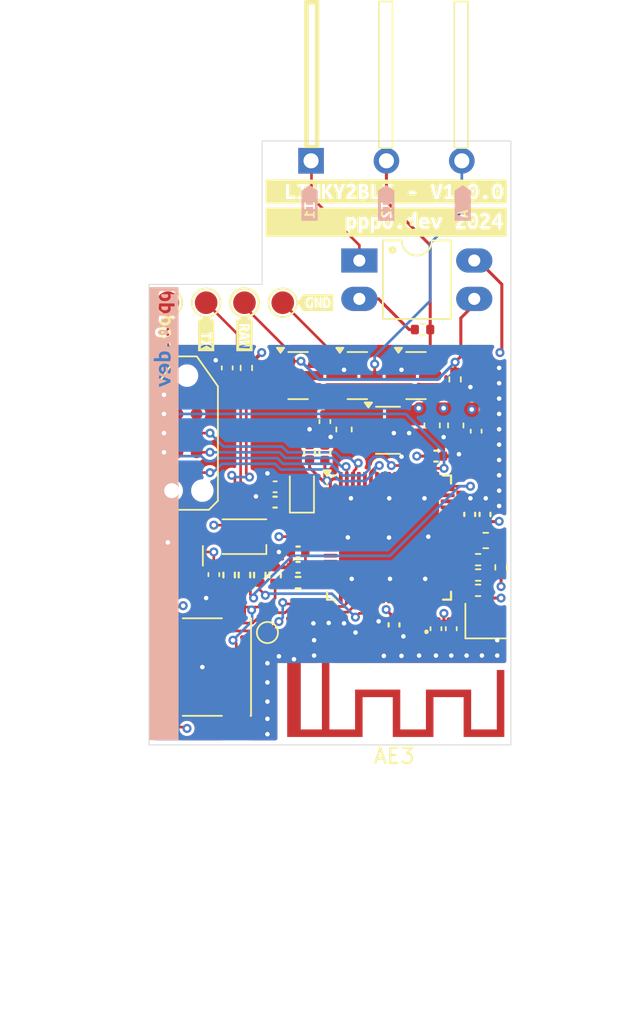
<source format=kicad_pcb>
(kicad_pcb (version 20240108) (generator "pcbnew") (generator_version "8.0")
  (title_block (comment 4 "AISLER Project ID: WQYUVWAP"))
  (layers (0 "F.Cu" signal) (1 "In1.Cu" signal) (2 "In2.Cu" signal) (31 "B.Cu" signal) (34 "B.Paste" user) (35 "F.Paste" user) (36 "B.SilkS" user "B.Silkscreen") (37 "F.SilkS" user "F.Silkscreen") (38 "B.Mask" user) (39 "F.Mask" user) (44 "Edge.Cuts" user))
  (net 0 "")
  (net 1 "GND")
  (net 2 "VDD")
  (net 3 "VBUS")
  (net 4 "/wb55/rst")
  (net 5 "Net-(U3-PC14)")
  (net 6 "Net-(U3-PC15)")
  (net 7 "/wb55/vdda")
  (net 8 "Net-(J1-Pin_2)")
  (net 9 "Net-(J1-Pin_3)")
  (net 10 "Net-(D6-BK)")
  (net 11 "Net-(D6-GK)")
  (net 12 "Net-(D6-RK)")
  (net 13 "+5V")
  (net 14 "/wb55/swclk")
  (net 15 "/wb55/uart_rxd")
  (net 16 "/wb55/swo")
  (net 17 "/wb55/swdio")
  (net 18 "/wb55/boot0")
  (net 19 "/wb55/uart_txd")
  (net 20 "Net-(AE2-OUT)")
  (net 21 "Net-(L5-Pad1)")
  (net 22 "Net-(U3-VLXSMPS)")
  (net 23 "Net-(Q1-G)")
  (net 24 "Net-(OC1-Pad2)")
  (net 25 "Net-(J1-Pin_1)")
  (net 26 "/tx_linky")
  (net 27 "Net-(U3-VFBSMPS)")
  (net 28 "/led_r")
  (net 29 "/led_g")
  (net 30 "Net-(R10-Pad1)")
  (net 31 "/led_b")
  (net 32 "/button1")
  (net 33 "/wb55/pc11")
  (net 34 "/wb55/pc5")
  (net 36 "/wb55/pb1")
  (net 37 "/wb55/pb9")
  (net 38 "/wb55/pc4")
  (net 39 "/wb55/pb0")
  (net 40 "/wb55/pc2")
  (net 41 "/wb55/pb4")
  (net 42 "/wb55/pb11")
  (net 43 "/wb55/pc1")
  (net 44 "Net-(AE2-IN)")
  (net 45 "/wb55/pb10")
  (net 46 "/wb55/pd0")
  (net 47 "/wb55/pa3")
  (net 48 "/wb55/pc13")
  (net 49 "/wb55/pb8")
  (net 50 "/wb55/pa5")
  (net 51 "/wb55/pa11_usb_n")
  (net 52 "/wb55/pb15")
  (net 53 "/wb55/pd1")
  (net 54 "/wb55/pb14")
  (net 55 "/wb55/pb5")
  (net 56 "/wb55/pa1")
  (net 57 "/wb55/pe4")
  (net 58 "Net-(U3-OSC_OUT)")
  (net 59 "/wb55/pc3")
  (net 60 "/wb55/pb2")
  (net 61 "/wb55/pb12")
  (net 62 "/wb55/pc12")
  (net 63 "/wb55/pa6")
  (net 64 "/wb55/pa2")
  (net 65 "/wb55/pc10")
  (net 66 "/wb55/pa15")
  (net 67 "/wb55/ph3_boot0")
  (net 68 "/wb55/pa7")
  (net 69 "Net-(U3-OSC_IN)")
  (net 70 "/wb55/pb13")
  (net 71 "/wb55/pc6")
  (net 73 "/wb55/pa12_usb_p")
  (net 74 "/temp_ana")
  (net 75 "Net-(AE3-A)")
  (footprint "Resistor_SMD:R_0402_1005Metric" (layer "F.Cu") (at 180.848 78.74 90)
    (property "Reference" "R4" (hide yes))
    (property "Value" "2.2")
  )
  (footprint "Inductor_SMD:L_0402_1005Metric" (layer "F.Cu") (at 172.1104 83.5152 -90)
    (property "Reference" "L3" (hide yes))
    (property "Value" "L")
  )
  (footprint "kibuzzard-670D18C1" (layer "F.Cu") (at 173.228 55.88)
    (property "Reference" "kibuzzard-670D18C1" (hide yes))
    (property "Value" "G***" (hide yes))
  )
  (footprint "TestPoint:TestPoint_Pad_D1.5mm" (layer "F.Cu") (at 161.29 61.214)
    (property "Reference" "TP4" (hide yes))
    (property "Value" "5v")
  )
  (footprint "Capacitor_SMD:C_0603_1608Metric" (layer "F.Cu") (at 177.843 69.342 -90)
    (property "Reference" "C17" (hide yes))
    (property "Value" "10uF 6.3v")
  )
  (footprint "Connector_PinHeader_2.54mm:PinHeader_1x03_P2.54mm_Horizontal" (layer "F.Cu") (at 168.2455 51.816 90)
    (property "Reference" "J1" (hide yes))
    (property "Value" "Conn_01x03_Pin")
  )
  (footprint "Resistor_SMD:R_0402_1005Metric" (layer "F.Cu") (at 177.8 66.294 -90)
    (property "Reference" "R1" (hide yes))
    (property "Value" "5.1k")
  )
  (footprint "Package_TO_SOT_SMD:SOT-23" (layer "F.Cu") (at 175.206 66.04)
    (property "Reference" "D1" (hide yes))
    (property "Value" "BAT54S")
  )
  (footprint "kibuzzard-670CFC05" (layer "F.Cu") (at 161.29 63.246 -90)
    (property "Reference" "kibuzzard-670CFC05" (hide yes))
    (property "Value" "G***" (hide yes))
  )
  (footprint "PCM_Package_DIP_AKL:DIP-4_W7.62mm_LongPads" (layer "F.Cu") (at 171.45 58.42)
    (property "Reference" "OC1" (hide yes))
    (property "Value" "LTV-814" (hide yes))
  )
  (footprint "Capacitor_SMD:C_0603_1608Metric" (layer "F.Cu") (at 176.276 69.342 -90)
    (property "Reference" "C1" (hide yes))
    (property "Value" "4.7uF")
  )
  (footprint "Capacitor_SMD:C_0402_1005Metric" (layer "F.Cu") (at 167.386 78.74 180)
    (property "Reference" "C15" (hide yes))
    (property "Value" "10nF")
  )
  (footprint "Capacitor_SMD:C_0402_1005Metric" (layer "F.Cu") (at 179.197 69.723 -90)
    (property "Reference" "C18" (hide yes))
    (property "Value" "100nF")
  )
  (footprint "Button_Switch_SMD:SW_Push_1P1T_NO_6x6mm_H9.5mm" (layer "F.Cu") (at 161.036 85.344 -90)
    (property "Reference" "SW1" (hide yes))
    (property "Value" "SW1")
  )
  (footprint "Resistor_SMD:R_0402_1005Metric" (layer "F.Cu") (at 175.641 62.992)
    (property "Reference" "R12" (hide yes))
    (property "Value" "5.1k")
  )
  (footprint "Inductor_SMD:L_0402_1005Metric" (layer "F.Cu") (at 167.386 76.708 180)
    (property "Reference" "L4" (hide yes))
    (property "Value" "0")
  )
  (footprint "TestPoint:TestPoint_Pad_D1.5mm" (layer "F.Cu") (at 163.83 61.214)
    (property "Reference" "TP3" (hide yes))
    (property "Value" "5v")
  )
  (footprint "Capacitor_SMD:C_0402_1005Metric" (layer "F.Cu") (at 176.53 71.374)
    (property "Reference" "C10" (hide yes))
    (property "Value" "100nF")
  )
  (footprint "Capacitor_SMD:C_0402_1005Metric" (layer "F.Cu") (at 168.148 71.12 90)
    (property "Reference" "C9" (hide yes))
    (property "Value" "100nF")
  )
  (footprint "Inductor_SMD:L_0402_1005Metric" (layer "F.Cu") (at 170.688 83.947)
    (property "Reference" "L2" (hide yes))
    (property "Value" "L")
  )
  (footprint "Capacitor_SMD:C_0402_1005Metric" (layer "F.Cu") (at 178.768 75.232 90)
    (property "Reference" "C16" (hide yes))
    (property "Value" "100nF")
  )
  (footprint "kibuzzard-670CFCA8" (layer "F.Cu") (at 168.529 61.214)
    (property "Reference" "kibuzzard-670CFCA8" (hide yes))
    (property "Value" "G***" (hide yes))
  )
  (footprint "wb10_st:MLPF-WB55-01E3" (layer "F.Cu") (at 175.147 82.423 180)
    (property "Reference" "AE2" (hide yes))
    (property "Value" "MLPF-WB55-01E3" (hide yes))
  )
  (footprint "Connector:Tag-Connect_TC2050-IDC-NL_2x05_P1.27mm_Vertical" (layer "F.Cu") (at 160.02 69.85 -90)
    (property "Reference" "J2" (hide yes))
    (property "Value" "Conn_02x05_Counter_Clockwise")
  )
  (footprint "Crystal:Crystal_SMD_2016-4Pin_2.0x1.6mm" (layer "F.Cu") (at 179.832 82.296)
    (property "Reference" "Y2" (hide yes))
    (property "Value" "nx2016_32m")
  )
  (footprint "Crystal:Crystal_SMD_2012-2Pin_2.0x1.2mm" (layer "F.Cu") (at 167.64 73.914 90)
    (property "Reference" "Y1" (hide yes))
    (property "Value" "nx2012_32768")
  )
  (footprint "Capacitor_SMD:C_0402_1005Metric" (layer "F.Cu") (at 167.386 77.724 180)
    (property "Reference" "C13" (hide yes))
    (property "Value" "100nF")
  )
  (footprint "Capacitor_SMD:C_0402_1005Metric" (layer "F.Cu") (at 177.546 82.804 -90)
    (property "Reference" "C4" (hide yes))
    (property "Value" "100pF")
  )
  (footprint "Capacitor_SMD:C_0603_1608Metric" (layer "F.Cu") (at 170.434 69.609 -90)
    (property "Reference" "C2" (hide yes))
    (property "Value" "4.7uF")
  )
  (footprint "Capacitor_SMD:C_0402_1005Metric" (layer "F.Cu") (at 179.784 75.232 90)
    (property "Reference" "C12" (hide yes))
    (property "Value" "100nF")
  )
  (footprint "Package_TO_SOT_SMD:SOT-23" (layer "F.Cu") (at 159.512 77.978 90)
    (property "Reference" "U2" (hide yes))
    (property "Value" "MCP9700AT-ETT")
  )
  (footprint "Resistor_SMD:R_0402_1005Metric" (layer "F.Cu") (at 179.324 79.248)
    (property "Reference" "R3" (hide yes))
    (property "Value" "0")
  )
  (footprint "kibuzzard-670D18F3" (layer "F.Cu") (at 173.228 53.848)
    (property "Reference" "kibuzzard-670D18F3" (hide yes))
    (property "Value" "G***" (hide yes))
  )
  (footprint "Inductor_SMD:L_0603_1608Metric" (layer "F.Cu") (at 179.832 76.962 180)
    (property "Reference" "L5" (hide yes))
    (property "Value" "1.8nH")
  )
  (footprint "Resistor_SMD:R_0402_1005Metric" (layer "F.Cu") (at 163.83 79.248 90)
    (property "Reference" "R9" (hide yes))
    (property "Value" "5.1k")
  )
  (footprint "kibuzzard-670CFC68" (layer "F.Cu") (at 163.83 63.246 -90)
    (property "Reference" "kibuzzard-670CFC68" (hide yes))
    (property "Value" "G***" (hide yes))
  )
  (footprint "kibuzzard-670CFC0C" (layer "F.Cu") (at 158.75 63.246 -90)
    (property "Reference" "kibuzzard-670CFC0C" (hide yes))
    (property "Value" "G***" (hide yes))
  )
  (footprint "Resistor_SMD:R_0402_1005Metric" (layer "F.Cu") (at 179.324 80.264 180)
    (property "Reference" "R2" (hide yes))
    (property "Value" "0")
  )
  (footprint "Package_TO_SOT_SMD:SOT-23" (layer "F.Cu") (at 167.386 66.04)
    (property "Reference" "Q1" (hide yes))
    (property "Value" "BS170F")
  )
  (footprint "Resistor_SMD:R_0402_1005Metric" (layer "F.Cu") (at 163.957 65.532 -90)
    (property "Reference" "R13" (hide yes))
    (property "Value" "5.1k")
  )
  (footprint "Package_TO_SOT_SMD:SOT-23-5" (layer "F.Cu") (at 173.3495 69.662)
    (property "Reference" "U1" (hide yes))
    (property "Value" "TPS78230DDC")
  )
  (footprint "Capacitor_SMD:C_0402_1005Metric" (layer "F.Cu") (at 165.862 73.406 180)
    (property "Reference" "C7" (hide yes))
    (property "Value" "10pF")
  )
  (footprint "Capacitor_SMD:C_0402_1005Metric" (layer "F.Cu") (at 169.164 71.148 90)
    (property "Reference" "C14" (hide yes))
    (property "Value" "100nF")
  )
  (footprint "Resistor_SMD:R_0402_1005Metric" (layer "F.Cu") (at 162.814 79.248 90)
    (property "Reference" "R5" (hide yes))
    (property "Value" "5.1k")
  )
  (footprint "Capacitor_SMD:C_0402_1005Metric" (layer "F.Cu") (at 162.687 65.532 90)
    (property "Reference" "C5" (hide yes))
    (property "Value" "100nF")
  )
  (footprint "Capacitor_SMD:C_0402_1005Metric" (layer "F.Cu") (at 169.164 69.088 -90)
    (property "Reference" "C3" (hide yes))
    (property "Value" "100nF")
  )
  (footprint "Capacitor_SMD:C_0402_1005Metric" (layer "F.Cu") (at 173.75 82.55 -90)
    (property "Reference" "C11" (hide yes))
    (property "Value" "100nF")
  )
  (footprint "TestPoint:TestPoint_Pad_D1.5mm" (layer "F.Cu") (at 166.37 61.214)
    (property "Reference" "TP6" (hide yes))
    (property "Value" "5v")
  )
  (footprint "Capacitor_SMD:C_0402_1005Metric" (layer "F.Cu") (at 165.862 74.422 180)
    (property "Reference" "C8" (hide yes))
    (property "Value" "10pF")
  )
  (footprint "Capacitor_SMD:C_0402_1005Metric" (layer "F.Cu") (at 176.53 82.804 -90)
    (property "Reference" "C6" (hide yes))
    (property "Value" "100nF")
  )
  (footprint "Resistor_SMD:R_0402_1005Metric" (layer "F.Cu") (at 164.846 79.248 90)
    (property "Reference" "R6" (hide yes))
    (property "Value" "5.1k")
  )
  (footprint "Capacitor_SMD:C_0402_1005Metric" (layer "F.Cu") (at 161.798 79.22 -90)
    (property "Reference" "C19" (hide yes))
    (property "Value" "100nF")
  )
  (footprint "LED_SMD:LED_Cree-PLCC4_2x2mm_CW" (layer "F.Cu") (at 163.83 76.708 180)
    (property "Reference" "D6" (hide yes))
    (property "Value" "LED_RBAG" (hide yes))
  )
  (footprint "Resistor_SMD:R_0402_1005Metric" (layer "F.Cu") (at 179.324 78.232 180)
    (property "Reference" "R14" (hide yes))
    (property "Value" "0")
  )
  (footprint "Package_TO_SOT_SMD:SOT-23" (layer "F.Cu") (at 171.3175 66.04)
    (property "Reference" "D2" (hide yes))
    (property "Value" "BAT54S")
  )
  (footprint "TestPoint:TestPoint_Pad_D1.5mm" (layer "F.Cu") (at 158.75 61.214)
    (property "Reference" "TP1" (hide yes))
    (property "Value" "5v")
  )
  (footprint "RF_Antenna:Texas_SWRA117D_2.4GHz_Left" (layer "F.Cu") (at 169.2148 84.825 180)
    (property "Reference" "AE3")
    (property "Value" "Antenna")
  )
  (footprint "Inductor_SMD:L_0402_1005Metric" (layer "F.Cu") (at 169.2656 83.5152 -90)
    (property "Reference" "L1" (hide yes))
    (property "Value" "L")
  )
  (footprint "Package_DFN_QFN:QFN-68-1EP_8x8mm_P0.4mm_EP6.4x6.4mm" (layer "F.Cu") (at 173.4185 76.769)
    (property "Reference" "U3" (hide yes))
    (property "Value" "STM32WB55RGVx")
  )
  (footprint "Resistor_SMD:R_0402_1005Metric" (layer "F.Cu") (at 165.862 79.248 90)
    (property "Reference" "R7" (hide yes))
    (property "Value" "220k")
  )
  (footprint "Resistor_SMD:R_0402_1005Metric" (layer "F.Cu") (at 167.386 79.756)
    (property "Reference" "R10" (hide yes))
    (property "Value" "330")
  )
  (footprint "TestPoint:TestPoint_Pad_D1.0mm" (layer "F.Cu") (at 165.354 83.058 -90)
    (property "Reference" "TP2" (hide yes))
    (property "Value" "TestPoint")
  )
  (footprint "kibuzzard-670D0311" (layer "B.Cu") (at 178.308 54.61 -90)
    (property "Reference" "kibuzzard-670D0311" (hide yes))
    (property "Value" "G***" (hide yes))
  )
  (footprint "kibuzzard-670D0302" (layer "B.Cu") (at 168.148 54.61 -90)
    (property "Reference" "kibuzzard-670D0302" (hide yes))
    (property "Value" "G***" (hide yes))
  )
  (footprint "kibuzzard-670D0308" (layer "B.Cu") (at 173.228 54.61 -90)
    (property "Reference" "kibuzzard-670D0308" (hide yes))
    (property "Value" "G***" (hide yes))
  )
  (footprint "kibuzzard-670D046C" (layer "B.Cu") (at 158.496 75.184 -90)
    (property "Reference" "kibuzzard-670D046C" (hide yes))
    (property "Value" "G***" (hide yes))
  )
  (gr_line (start 157.5 90.5) (end 157.5 60) (stroke (width 0.05)) (layer "Edge.Cuts"))
  (gr_line (start 157.5 60) (end 165 60) (stroke (width 0.05)) (layer "Edge.Cuts"))
  (gr_line (start 181.5 50.5) (end 181.5 90.5) (stroke (width 0.05)) (layer "Edge.Cuts"))
  (gr_line (start 181.5 90.5) (end 157.5 90.5) (stroke (width 0.05)) (layer "Edge.Cuts"))
  (gr_line (start 165 50.5) (end 165 60) (stroke (width 0.05)) (layer "Edge.Cuts"))
  (gr_line (start 165 50.5) (end 181.5 50.5) (stroke (width 0.05)) (layer "Edge.Cuts"))
  (segment (start 177.802 66.802) (end 177.8 66.804) (width 0.2) (layer "F.Cu") (net 1))
  (segment (start 175.8185 79.502) (end 175.8185 79.3835) (width 0.2) (layer "F.Cu") (net 1))
  (segment (start 174.893 82.79) (end 174.893 82.423) (width 0.2) (layer "F.Cu") (net 1))
  (segment (start 159.385 69.85) (end 158.496 69.85) (width 0.175) (layer "F.Cu") (net 1))
  (segment (start 164.747 74.041) (end 165.382 73.406) (width 0.175) (layer "F.Cu") (net 1))
  (segment (start 174.893 82.423) (end 174.893 82.55) (width 0.2) (layer "F.Cu") (net 1))
  (segment (start 177.01 71.374) (end 177.01 70.145) (width 0.2) (layer "F.Cu") (net 1))
  (segment (start 170.38 65.09) (end 170.246 65.09) (width 0.175) (layer "F.Cu") (net 1))
  (segment (start 179.784 74.216) (end 179.832 74.168) (width 0.2) (layer "F.Cu") (net 1))
  (segment (start 174.752 69.85) (end 174.752 70.347) (width 0.2) (layer "F.Cu") (net 1))
  (segment (start 169.545 70.104) (end 169.164 69.723) (width 0.2) (layer "F.Cu") (net 1))
  (segment (start 169.825 70.384) (end 170.434 70.384) (width 0.2) (layer "F.Cu") (net 1))
  (segment (start 174.371 83.312) (end 174.893 82.79) (width 0.2) (layer "F.Cu") (net 1))
  (segment (start 165.862 78.738) (end 166.904 78.738) (width 0.175) (layer "F.Cu") (net 1))
  (segment (start 161.798 79.7) (end 161.29 80.208) (width 0.175) (layer "F.Cu") (net 1))
  (segment (start 177.843 71.036) (end 177.843 70.117) (width 0.2) (layer "F.Cu") (net 1))
  (segment (start 173.8185 77.169) (end 173.4185 76.769) (width 0.2) (layer "F.Cu") (net 1))
  (segment (start 173.75 83.03) (end 172.771 83.03) (width 0.2) (layer "F.Cu") (net 1))
  (segment (start 158.7985 77.0405) (end 159.512 77.0405) (width 0.175) (layer "F.Cu") (net 1))
  (segment (start 170.434 82.4484) (end 169.8752 82.4484) (width 0.2) (layer "F.Cu") (net 1))
  (segment (start 164.592 74.041) (end 164.747 74.041) (width 0.175) (layer "F.Cu") (net 1))
  (segment (start 161.29 80.208) (end 161.29 80.772) (width 0.175) (layer "F.Cu") (net 1))
  (segment (start 172.728738 83.072262) (end 172.714 83.087) (width 0.2) (layer "F.Cu") (net 1))
  (segment (start 172.728738 82.313476) (end 172.728738 83.072262) (width 0.2) (layer "F.Cu") (net 1))
  (segment (start 168.148 69.596) (end 168.148 70.64) (width 0.175) (layer "F.Cu") (net 1))
  (segment (start 177.942506 77.169) (end 177.306 77.169) (width 0.2) (layer "F.Cu") (net 1))
  (segment (start 178.816 66.802) (end 177.802 66.802) (width 0.2) (layer "F.Cu") (net 1))
  (segment (start 166.904 78.738) (end 166.906 78.74) (width 0.175) (layer "F.Cu") (net 1))
  (segment (start 174.244 65.659) (end 174.244 65.1145) (width 0.2) (layer "F.Cu") (net 1))
  (segment (start 177.843 70.117) (end 178.084 70.358) (width 0.2) (layer "F.Cu") (net 1))
  (segment (start 177.038 70.117) (end 176.276 70.117) (width 0.2) (layer "F.Cu") (net 1))
  (segment (start 172.771 83.03) (end 172.714 83.087) (width 0.2) (layer "F.Cu") (net 1))
  (segment (start 177.546 83.284) (end 177.546 83.82) (width 0.2) (layer "F.Cu") (net 1))
  (segment (start 177.843 70.117) (end 177.038 70.117) (width 0.2) (layer "F.Cu") (net 1))
  (segment (start 158.75 77.089) (end 158.7985 77.0405) (width 0.175) (layer "F.Cu") (net 1))
  (segment (start 170.246 65.09) (end 166.37 61.214) (width 0.175) (layer "F.Cu") (net 1))
  (segment (start 178.768 74.216) (end 178.816 74.168) (width 0.2) (layer "F.Cu") (net 1))
  (segment (start 174.244 65.1145) (end 174.2685 65.09) (width 0.2) (layer "F.Cu") (net 1))
  (segment (start 176.263 70.104) (end 176.276 70.117) (width 0.2) (layer "F.Cu") (net 1))
  (segment (start 166.906 77.724) (end 166.906 78.74) (width 0.175) (layer "F.Cu") (net 1))
  (segment (start 164.592 74.041) (end 165.001 74.041) (width 0.175) (layer "F.Cu") (net 1))
  (segment (start 176.53 83.284) (end 176.53 83.82) (width 0.2) (layer "F.Cu") (net 1))
  (segment (start 180.594 82.908) (end 180.278 82.592) (width 0.175) (layer "F.Cu") (net 1))
  (segment (start 174.752 70.347) (end 174.487 70.612) (width 0.2) (layer "F.Cu") (net 1))
  (segment (start 161.925 65.024) (end 162.659 65.024) (width 0.175) (layer "F.Cu") (net 1))
  (segment (start 165.001 74.041) (end 165.382 74.422) (width 0.175) (layer "F.Cu") (net 1))
  (segment (start 175.8185 80.6565) (end 175.8185 79.502) (width 0.2) (layer "F.Cu") (net 1))
  (segment (start 169.164 69.723) (end 169.164 69.568) (width 0.2) (layer "F.Cu") (net 1))
  (segment (start 169.545 70.104) (end 169.825 70.384) (width 0.2) (layer "F.Cu") (net 1))
  (segment (start 179.784 74.752) (end 179.784 74.216) (width 0.2) (layer "F.Cu") (net 1))
  (segment (start 169.8752 82.4484) (end 169.2934 83.0302) (width 0.2) (layer "F.Cu") (net 1))
  (segment (start 177.306 77.169) (end 173.8185 77.169) (width 0.2) (layer "F.Cu") (net 1))
  (segment (start 178.814 78.040494) (end 177.942506 77.169) (width 0.2) (layer "F.Cu") (net 1))
  (segment (start 175.401 82.423) (end 175.669 82.423) (width 0.2) (layer "F.Cu") (net 1))
  (segment (start 174.893 82.55) (end 174.893 83.009999) (width 0.2) (layer "F.Cu") (net 1))
  (segment (start 174.893 81.836001) (end 174.893 82.423) (width 0.2) (layer "F.Cu") (net 1))
  (segment (start 175.006 70.104) (end 176.263 70.104) (width 0.2) (layer "F.Cu") (net 1))
  (segment (start 174.752 69.85) (end 175.006 70.104) (width 0.2) (layer "F.Cu") (net 1))
  (segment (start 177.01 70.145) (end 177.038 70.117) (width 0.2) (layer "F.Cu") (net 1))
  (segment (start 172.212 69.662) (end 173.548 69.662) (width 0.2) (layer "F.Cu") (net 1))
  (segment (start 169.2934 83.0302) (end 169.2656 83.0302) (width 0.2) (layer "F.Cu") (net 1))
  (segment (start 178.814 78.232) (end 178.814 78.040494) (width 0.2) (layer "F.Cu") (net 1))
  (segment (start 178.768 74.752) (end 178.768 74.216) (width 0.2) (layer "F.Cu") (net 1))
  (segment (start 169.545 70.287) (end 169.164 70.668) (width 0.2) (layer "F.Cu") (net 1))
  (segment (start 178.054 71.247) (end 177.843 71.036) (width 0.2) (layer "F.Cu") (net 1))
  (segment (start 162.659 65.024) (end 162.687 65.052) (width 0.175) (layer "F.Cu") (net 1))
  (segment (start 175.669 82.423) (end 176.53 83.284) (width 0.2) (layer "F.Cu") (net 1))
  (segment (start 175.401 82.423) (end 174.893 82.423) (width 0.2) (layer "F.Cu") (net 1))
  (segment (start 173.548 69.662) (end 173.736 69.85) (width 0.2) (layer "F.Cu") (net 1))
  (segment (start 169.545 70.104) (end 169.545 70.287) (width 0.2) (layer "F.Cu") (net 1))
  (segment (start 180.594 83.566) (end 180.594 82.908) (width 0.175) (layer "F.Cu") (net 1))
  (via (at 170.434 65.659) (size 0.6) (drill 0.3) (layers "F.Cu" "B.Cu") (net 1))
  (via (at 169.545 70.104) (size 0.6) (drill 0.3) (layers "F.Cu" "B.Cu") (net 1))
  (via (at 168.402 82.4484) (size 0.6) (drill 0.3) (layers "F.Cu" "B.Cu") (net 1))
  (via (at 175.768 74.168) (size 0.6) (drill 0.3) (layers "F.Cu" "B.Cu") (net 1))
  (via (at 173.0756 84.603119) (size 0.6) (drill 0.3) (layers "F.Cu" "B.Cu") (net 1))
  (via (at 180.721 72.644) (size 0.6) (drill 0.3) (layers "F.Cu" "B.Cu") (net 1))
  (via (at 176.53 84.582) (size 0.6) (drill 0.3) (layers "F.Cu" "B.Cu") (net 1))
  (via (at 165.354 88.773) (size 0.6) (drill 0.3) (layers "F.Cu" "B.Cu") (net 1))
  (via (at 165.354 86.36) (size 0.6) (drill 0.3) (layers "F.Cu" "B.Cu") (net 1))
  (via (at 176.022 76.708) (size 0.6) (drill 0.3) (layers "F.Cu" "B.Cu") (net 1))
  (via (at 177.546 84.582) (size 0.6) (drill 0.3) (layers "F.Cu" "B.Cu") (net 1))
  (via (at 170.434 82.4484) (size 0.6) (drill 0.3) (layers "F.Cu" "B.Cu") (net 1))
  (via (at 165.354 87.63) (size 0.6) (drill 0.3) (layers "F.Cu" "B.Cu") (net 1))
  (via (at 180.721 66.548) (size 0.6) (drill 0.3) (layers "F.Cu" "B.Cu") (net 1))
  (via (at 170.688 76.7585) (size 0.6) (drill 0.3) (layers "F.Cu" "B.Cu") (net 1))
  (via (at 164.592 74.041) (size 0.6) (drill 0.3) (layers "F.Cu" "B.Cu") (net 1))
  (via (at 165.354 89.789) (size 0.6) (drill 0.3) (layers "F.Cu" "B.Cu") (net 1))
  (via (at 180.721 69.596) (size 0.6) (drill 0.3) (layers "F.Cu" "B.Cu") (net 1))
  (via (at 178.816 74.168) (size 0.6) (drill 0.3) (layers "F.Cu" "B.Cu") (net 1))
  (via (at 170.8915 74.168) (size 0.6) (drill 0.3) (layers "F.Cu" "B.Cu") (net 1))
  (via (at 180.721 70.612) (size 0.6) (drill 0.3) (layers "F.Cu" "B.Cu") (net 1))
  (via (at 174.244 65.659) (size 0.6) (drill 0.3) (layers "F.Cu" "B.Cu") (net 1))
  (via (at 180.594 84.582) (size 0.6) (drill 0.3) (layers "F.Cu" "B.Cu") (net 1))
  (via (at 168.148 69.596) (size 0.6) (drill 0.3) (layers "F.Cu" "B.Cu") (net 1))
  (via (at 169.418 82.423) (size 0.6) (drill 0.3) (layers "F.Cu" "B.Cu") (net 1))
  (via (at 165.354 72.517) (size 0.6) (drill 0.3) (layers "F.Cu" "B.Cu") (net 1))
  (via (at 158.75 77.089) (size 0.6) (drill 0.3) (layers "F.Cu" "B.Cu") (net 1))
  (via (at 174.244 84.603119) (size 0.6) (drill 0.3) (layers "F.Cu" "B.Cu") (net 1))
  (via (at 170.942 79.502) (size 0.6) (drill 0.3) (layers "F.Cu" "B.Cu") (net 1))
  (via (at 174.244 71.410198) (size 0.6) (drill 0.3) (layers "F.Cu" "B.Cu") (net 1))
  (via (at 178.054 71.247) (size 0.6) (drill 0.3) (layers "F.Cu" "B.Cu") (net 1))
  (via (at 166.116 84.6328) (size 0.6) (drill 0.3) (layers "F.Cu" "B.Cu") (net 1))
  (via (at 177.038 70.117) (size 0.6) (drill 0.3) (layers "F.Cu" "B.Cu") (net 1))
  (via (at 180.721 65.532) (size 0.6) (drill 0.3) (layers "F.Cu" "B.Cu") (net 1))
  (via (at 178.816 66.802) (size 0.6) (drill 0.3) (layers "F.Cu" "B.Cu") (net 1))
  (via (at 161.036 85.344) (size 0.6) (drill 0.3) (layers "F.Cu" "B.Cu") (net 1))
  (via (at 173.482 79.502) (size 0.6) (drill 0.3) (layers "F.Cu" "B.Cu") (net 1))
  (via (at 158.496 69.85) (size 0.6) (drill 0.3) (layers "F.Cu" "B.Cu") (net 1))
  (via (at 173.736 69.85) (size 0.6) (drill 0.3) (layers "F.Cu" "B.Cu") (net 1))
  (via (at 161.29 80.772) (size 0.6) (drill 0.3) (layers "F.Cu" "B.Cu") (net 1))
  (via (at 161.925 65.024) (size 0.6) (drill 0.3) (layers "F.Cu" "B.Cu") (net 1))
  (via (at 166.116 77.724) (size 0.6) (drill 0.3) (layers "F.Cu" "B.Cu") (net 1))
  (via (at 173.4185 76.769) (size 0.6) (drill 0.3) (layers "F.Cu" "B.Cu") (net 1))
  (via (at 175.4124 84.582) (size 0.6) (drill 0.3) (layers "F.Cu" "B.Cu") (net 1))
  (via (at 168.45 83.566) (size 0.6) (drill 0.3) (layers "F.Cu" "B.Cu") (net 1))
  (via (at 165.354 85.09) (size 0.6) (drill 0.3) (layers "F.Cu" "B.Cu") (net 1))
  (via (at 180.721 68.58) (size 0.6) (drill 0.3) (layers "F.Cu" "B.Cu") (net 1))
  (via (at 180.721 73.66) (size 0.6) (drill 0.3) (layers "F.Cu" "B.Cu") (net 1))
  (via (at 174.371 83.312) (size 0.6) (drill 0.3) (layers "F.Cu" "B.Cu") (net 1))
  (via (at 168.45 84.582) (size 0.6) (drill 0.3) (layers "F.Cu" "B.Cu") (net 1))
  (via (at 180.721 71.628) (size 0.6) (drill 0.3) (layers "F.Cu" "B.Cu") (net 1))
  (via (at 172.728738 82.313476) (size 0.6) (drill 0.3) (layers "F.Cu" "B.Cu") (net 1))
  (via (at 179.578 84.582) (size 0.6) (drill 0.3) (layers "F.Cu" "B.Cu") (net 1))
  (via (at 178.562 84.582) (size 0.6) (drill 0.3) (layers "F.Cu" "B.Cu") (net 1))
  (via (at 171.196 83.058) (size 0.6) (drill 0.3) (layers "F.Cu" "B.Cu") (net 1))
  (via (at 175.8185 79.502) (size 0.6) (drill 0.3) (layers "F.Cu" "B.Cu") (net 1))
  (via (at 173.4315 74.168) (size 0.6) (drill 0.3) (layers "F.Cu" "B.Cu") (net 1))
  (via (at 180.721 67.564) (size 0.6) (drill 0.3) (layers "F.Cu" "B.Cu") (net 1))
  (via (at 180.721 74.676) (size 0.6) (drill 0.3) (layers "F.Cu" "B.Cu") (net 1))
  (via (at 179.832 74.168) (size 0.6) (drill 0.3) (layers "F.Cu" "B.Cu") (net 1))
  (via (at 180.594 83.566) (size 0.6) (drill 0.3) (layers "F.Cu" "B.Cu") (net 1))
  (via (at 174.752 69.85) (size 0.6) (drill 0.3) (layers "F.Cu" "B.Cu") (net 1))
  (segment (start 174.80182 81.344) (end 175.0185 81.12732) (width 0.2) (layer "F.Cu") (net 2))
  (segment (start 169.299364 72.993302) (end 169.005302 72.993302) (width 0.2) (layer "F.Cu") (net 2))
  (segment (start 176.53 82.324) (end 177.546 82.324) (width 0.2) (layer "F.Cu") (net 2))
  (segment (start 158.75 67.056) (end 158.496 67.31) (width 0.175) (layer "F.Cu") (net 2))
  (segment (start 161.798 77.724) (end 160.188876 77.724) (width 0.175) (layer "F.Cu") (net 2))
  (segment (start 158.562 79.1695) (end 158.562 78.9155) (width 0.175) (layer "F.Cu") (net 2))
  (segment (start 166.116 76.708) (end 166.901 76.708) (width 0.175) (layer "F.Cu") (net 2))
  (segment (start 180.848 79.25) (end 180.848 80.01) (width 0.2) (layer "F.Cu") (net 2))
  (segment (start 158.997376 78.9155) (end 158.562 78.9155) (width 0.175) (layer "F.Cu") (net 2))
  (segment (start 180.9 59.996) (end 179.324 58.42) (width 0.2) (layer "F.Cu") (net 2))
  (segment (start 177.059364 82.324) (end 177.546 82.324) (width 0.2) (layer "F.Cu") (net 2))
  (segment (start 159.385 67.31) (end 158.496 67.31) (width 0.175) (layer "F.Cu") (net 2))
  (segment (start 174.476 81.344) (end 174.80182 81.344) (width 0.2) (layer "F.Cu") (net 2))
  (segment (start 180.342 80.772) (end 179.834 80.264) (width 0.2) (layer "F.Cu") (net 2))
  (segment (start 176.2185 80.6565) (end 176.2185 82.0125) (width 0.2) (layer "F.Cu") (net 2))
  (segment (start 177.306 75.969) (end 178.511 75.969) (width 0.2) (layer "F.Cu") (net 2))
  (segment (start 169.485302 72.993302) (end 169.531 73.039) (width 0.2) (layer "F.Cu") (net 2))
  (segment (start 168.148 72.136) (end 168.148 71.6) (width 0.2) (layer "F.Cu") (net 2))
  (segment (start 180.848 80.772) (end 180.342 80.772) (width 0.2) (layer "F.Cu") (net 2))
  (segment (start 173.228 81.534) (end 173.228 81.548) (width 0.2) (layer "F.Cu") (net 2))
  (segment (start 173.228 81.548) (end 173.75 82.07) (width 0.2) (layer "F.Cu") (net 2))
  (segment (start 159.677 81.369) (end 159.766 81.28) (width 0.175) (layer "F.Cu") (net 2))
  (segment (start 169.299364 72.993302) (end 169.164 72.857938) (width 0.2) (layer "F.Cu") (net 2))
  (segment (start 169.6885 72.8815) (end 169.531 73.039) (width 0.2) (layer "F.Cu") (net 2))
  (segment (start 173.75 82.07) (end 174.476 81.344) (width 0.2) (layer "F.Cu") (net 2))
  (segment (start 169.531 73.039) (end 169.531 73.569) (width 0.2) (layer "F.Cu") (net 2))
  (segment (start 158.786 89.319) (end 159.931 89.319) (width 0.175) (layer "F.Cu") (net 2))
  (segment (start 169.005302 72.993302) (end 168.148 72.136) (width 0.2) (layer "F.Cu") (net 2))
  (segment (start 180.828 75.712) (end 180.848 75.692) (width 0.2) (layer "F.Cu") (net 2))
  (segment (start 178.768 75.712) (end 179.784 75.712) (width 0.2) (layer "F.Cu") (net 2))
  (segment (start 178.511 75.969) (end 178.768 75.712) (width 0.2) (layer "F.Cu") (net 2))
  (segment (start 164.973 64.516) (end 164.467 65.022) (width 0.25) (layer "F.Cu") (net 2))
  (segment (start 178.111 76.369) (end 178.768 75.712) (width 0.2) (layer "F.Cu") (net 2))
  (segment (start 175.0185 81.12732) (end 175.0185 80.6565) (width 0.2) (layer "F.Cu") (net 2))
  (segment (start 178.901 68.284) (end 178.901 68.566) (width 0.175) (layer "F.Cu") (net 2))
  (segment (start 179.113 68.072) (end 178.618 68.567) (width 0.2) (layer "F.Cu") (net 2))
  (segment (start 169.299364 72.993302) (end 169.485302 72.993302) (width 0.2) (layer "F.Cu") (net 2))
  (segment (start 177.059364 81.788) (end 177.059364 82.324) (width 0.2) (layer "F.Cu") (net 2))
  (segment (start 159.931 89.319) (end 160.02 89.408) (width 0.175) (layer "F.Cu") (net 2))
  (segment (start 180.9 64.516) (end 180.9 59.996) (width 0.2) (layer "F.Cu") (net 2))
  (segment (start 164.467 65.022) (end 163.957 65.022) (width 0.25) (layer "F.Cu") (net 2))
  (segment (start 161.798 77.724) (end 161.798 78.74) (width 0.175) (layer "F.Cu") (net 2))
  (segment (start 175.26 71.374) (end 176.05 71.374) (width 0.2) (layer "F.Cu") (net 2))
  (segment (start 179.324 58.42) (end 179.07 58.42) (width 0.2) (layer "F.Cu") (net 2))
  (segment (start 158.532 79.1995) (end 158.562 79.1695) (width 0.175) (layer "F.Cu") (net 2))
  (segment (start 170.2185 72.8815) (end 169.6885 72.8815) (width 0.2) (layer "F.Cu") (net 2))
  (segment (start 161.798 75.946) (end 162.868 75.946) (width 0.175) (layer "F.Cu") (net 2))
  (segment (start 176.2185 82.0125) (end 176.53 82.324) (width 0.2) (layer "F.Cu") (net 2))
  (segment (start 169.164 72.857938) (end 169.164 71.628) (width 0.2) (layer "F.Cu") (net 2))
  (segment (start 158.532 81.369) (end 159.677 81.369) (width 0.175) (layer "F.Cu") (net 2))
  (segment (start 176.05 71.6) (end 175.4185 72.2315) (width 0.2) (layer "F.Cu") (net 2))
  (segment (start 178.592 68.567) (end 177.843 68.567) (width 0.2) (layer "F.Cu") (net 2))
  (segment (start 179.784 75.712) (end 180.828 75.712) (width 0.2) (layer "F.Cu") (net 2))
  (segment (start 177.306 76.369) (end 178.111 76.369) (width 0.2) (layer "F.Cu") (net 2))
  (segment (start 176.05 71.374) (end 176.05 71.6) (width 0.2) (layer "F.Cu") (net 2))
  (segment (start 162.868 75.946) (end 163.08 76.158) (width 0.175) (layer "F.Cu") (net 2))
  (segment (start 178.618 68.567) (end 177.843 68.567) (width 0.2) (layer "F.Cu") (net 2))
  (segment (start 160.188876 77.724) (end 158.997376 78.9155) (width 0.175) (layer "F.Cu") (net 2))
  (segment (start 158.75 61.214) (end 158.75 67.056) (width 0.175) (layer "F.Cu") (net 2))
  (segment (start 175.4185 72.2315) (end 175.4185 72.8815) (width 0.2) (layer "F.Cu") (net 2))
  (via (at 161.798 77.724) (size 0.6) (drill 0.3) (layers "F.Cu" "B.Cu") (net 2))
  (via (at 180.773 64.516) (size 0.6) (drill 0.3) (layers "F.Cu" "B.Cu") (net 2))
  (via (at 164.973 64.516) (size 0.6) (drill 0.3) (layers "F.Cu" "B.Cu") (net 2))
  (via (at 180.848 80.772) (size 0.6) (drill 0.3) (layers "F.Cu" "B.Cu") (net 2))
  (via (at 175.26 71.374) (size 0.6) (drill 0.3) (layers "F.Cu" "B.Cu") (net 2))
  (via (at 166.116 76.708) (size 0.6) (drill 0.3) (layers "F.Cu" "B.Cu") (net 2))
  (via (at 177.059364 81.788) (size 0.6) (drill 0.3) (layers "F.Cu" "B.Cu") (net 2))
  (via (at 161.798 75.946) (size 0.6) (drill 0.3) (layers "F.Cu" "B.Cu") (net 2))
  (via (at 180.848 80.01) (size 0.6) (drill 0.3) (layers "F.Cu" "B.Cu") (net 2))
  (via (at 159.766 81.28) (size 0.6) (drill 0.3) (layers "F.Cu" "B.Cu") (net 2))
  (via (at 180.721 75.692) (size 0.6) (drill 0.3) (layers "F.Cu" "B.Cu") (net 2))
  (via (at 169.299364 72.993302) (size 0.6) (drill 0.3) (layers "F.Cu" "B.Cu") (net 2))
  (via (at 173.228 81.534) (size 0.6) (drill 0.3) (layers "F.Cu" "B.Cu") (net 2))
  (via (at 177.038 68.199) (size 0.6) (drill 0.3) (layers "F.Cu" "B.Cu") (net 2))
  (via (at 178.901 68.284) (size 0.6) (drill 0.3) (layers "F.Cu" "B.Cu") (net 2))
  (via (at 160.02 89.408) (size 0.6) (drill 0.3) (layers "F.Cu" "B.Cu") (net 2))
  (via (at 175.387 68.199) (size 0.6) (drill 0.3) (layers "F.Cu" "B.Cu") (net 2))
  (via (at 158.496 67.31) (size 0.6) (drill 0.3) (layers "F.Cu" "B.Cu") (net 2))
  (segment (start 171.196 66.99) (end 174.2685 66.99) (width 0.2) (layer "F.Cu") (net 3))
  (segment (start 170.38 66.99) (end 171.196 66.99) (width 0.2) (layer "F.Cu") (net 3))
  (segment (start 169.07786 76.369) (end 169.531 76.369) (width 0.175) (layer "F.Cu") (net 4))
  (segment (start 162.687 66.012) (end 162.687 67.183) (width 0.175) (layer "F.Cu") (net 4))
  (segment (start 165.99833 75.571) (end 168.55733 75.571) (width 0.175) (layer "F.Cu") (net 4))
  (segment (start 165.52283 75.0955) (end 165.99833 75.571) (width 0.175) (layer "F.Cu") (net 4))
  (segment (start 162.814 67.31) (end 163.576 68.072) (width 0.175) (layer "F.Cu") (net 4))
  (segment (start 168.856 76.14714) (end 169.07786 76.369) (width 0.175) (layer "F.Cu") (net 4))
  (segment (start 162.687 67.183) (end 162.814 67.31) (width 0.175) (layer "F.Cu") (net 4))
  (segment (start 168.55733 75.571) (end 168.856 75.86967) (width 0.175) (layer "F.Cu") (net 4))
  (segment (start 168.856 75.86967) (end 168.856 76.14714) (width 0.175) (layer "F.Cu") (net 4))
  (segment (start 164.657042 75.0955) (end 165.52283 75.0955) (width 0.175) (layer "F.Cu") (net 4))
  (segment (start 163.576 74.014458) (end 164.657042 75.0955) (width 0.175) (layer "F.Cu") (net 4))
  (segment (start 162.814 67.31) (end 160.655 67.31) (width 0.175) (layer "F.Cu") (net 4))
  (segment (start 163.576 68.072) (end 163.576 74.014458) (width 0.175) (layer "F.Cu") (net 4))
  (segment (start 167.64 73.214) (end 167.913501 73.214) (width 0.175) (layer "F.Cu") (net 5))
  (segment (start 169.068501 74.369) (end 169.531 74.369) (width 0.175) (layer "F.Cu") (net 5))
  (segment (start 166.342 73.406) (end 167.448 73.406) (width 0.175) (layer "F.Cu") (net 5))
  (segment (start 167.913501 73.214) (end 169.068501 74.369) (width 0.175) (layer "F.Cu") (net 5))
  (segment (start 167.448 73.406) (end 167.64 73.214) (width 0.175) (layer "F.Cu") (net 5))
  (segment (start 168.749 74.769) (end 168.594 74.614) (width 0.175) (layer "F.Cu") (net 6))
  (segment (start 167.64 74.614) (end 167.448 74.422) (width 0.175) (layer "F.Cu") (net 6))
  (segment (start 168.594 74.614) (end 167.64 74.614) (width 0.175) (layer "F.Cu") (net 6))
  (segment (start 167.448 74.422) (end 166.342 74.422) (width 0.175) (layer "F.Cu") (net 6))
  (segment (start 169.531 74.769) (end 168.749 74.769) (width 0.175) (layer "F.Cu") (net 6))
  (segment (start 169.234 78.472) (end 169.531 78.769) (width 0.175) (layer "F.Cu") (net 7))
  (segment (start 167.983 78.369) (end 167.871 78.257) (width 0.175) (layer "F.Cu") (net 7))
  (segment (start 168.134 78.472) (end 169.234 78.472) (width 0.175) (layer "F.Cu") (net 7))
  (segment (start 169.531 78.369) (end 167.983 78.369) (width 0.175) (layer "F.Cu") (net 7))
  (segment (start 167.866 78.74) (end 168.134 78.472) (width 0.175) (layer "F.Cu") (net 7))
  (segment (start 167.871 78.257) (end 167.871 76.708) (width 0.175) (layer "F.Cu") (net 7))
  (segment (start 176.149 62.99) (end 176.151 62.992) (width 0.2) (layer "F.Cu") (net 8))
  (segment (start 173.2455 51.816) (end 173.2455 54.5005) (width 0.2) (layer "F.Cu") (net 8))
  (segment (start 173.2455 54.5005) (end 176.149 57.404) (width 0.2) (layer "F.Cu") (net 8))
  (segment (start 176.151 62.992) (end 176.149 62.994) (width 0.2) (layer "F.Cu") (net 8))
  (segment (start 176.149 62.994) (end 176.149 66.0345) (width 0.2) (layer "F.Cu") (net 8))
  (segment (start 176.149 66.0345) (end 176.1435 66.04) (width 0.2) (layer "F.Cu") (net 8))
  (segment (start 176.149 57.404) (end 176.149 62.99) (width 0.2) (layer "F.Cu") (net 8))
  (segment (start 172.466 65.829) (end 172.255 66.04) (width 0.175) (layer "F.Cu") (net 9))
  (segment (start 172.466 65.278) (end 172.466 65.829) (width 0.175) (layer "F.Cu") (net 9))
  (via (at 172.466 65.278) (size 0.6) (drill 0.3) (layers "F.Cu" "B.Cu") (net 9))
  (segment (start 178.2455 55.1805) (end 178.2455 51.816) (width 0.175) (layer "B.Cu") (net 9))
  (segment (start 172.466 65.278) (end 172.466 64.77) (width 0.175) (layer "B.Cu") (net 9))
  (segment (start 176.149 61.087) (end 176.149 57.277) (width 0.175) (layer "B.Cu") (net 9))
  (segment (start 172.466 64.77) (end 176.149 61.087) (width 0.175) (layer "B.Cu") (net 9))
  (segment (start 177.958 52.1035) (end 177.958 52.166) (width 0.175) (layer "B.Cu") (net 9))
  (segment (start 178.2455 51.816) (end 177.958 52.1035) (width 0.175) (layer "B.Cu") (net 9))
  (segment (start 176.149 57.277) (end 178.2455 55.1805) (width 0.175) (layer "B.Cu") (net 9))
  (segment (start 163.0545 78.7285) (end 163.066 78.74) (width 0.175) (layer "F.Cu") (net 10))
  (segment (start 163.08 77.258) (end 162.814 77.524) (width 0.175) (layer "F.Cu") (net 10))
  (segment (start 162.814 77.524) (end 162.814 78.738) (width 0.175) (layer "F.Cu") (net 10))
  (segment (start 164.846 78.738) (end 164.848 78.738) (width 0.175) (layer "F.Cu") (net 11))
  (segment (start 165.3675 76.2995) (end 165.226 76.158) (width 0.175) (layer "F.Cu") (net 11))
  (segment (start 165.226 76.158) (end 164.58 76.158) (width 0.175) (layer "F.Cu") (net 11))
  (segment (start 165.3675 78.2185) (end 165.3675 76.2995) (width 0.175) (layer "F.Cu") (net 11))
  (segment (start 164.848 78.738) (end 165.3675 78.2185) (width 0.175) (layer "F.Cu") (net 11))
  (segment (start 163.83 78.008) (end 163.83 78.738) (width 0.175) (layer "F.Cu") (net 12))
  (segment (start 164.58 77.258) (end 163.83 78.008) (width 0.175) (layer "F.Cu") (net 12))
  (segment (start 174.587838 71.997698) (end 175.0185 72.42836) (width 0.175) (layer "F.Cu") (net 14))
  (segment (start 173.572956 71.997698) (end 174.587838 71.997698) (width 0.175) (layer "F.Cu") (net 14))
  (segment (start 158.496 71.12) (end 159.385 71.12) (width 0.175) (layer "F.Cu") (net 14))
  (segment (start 175.0185 72.42836) (end 175.0185 72.8815) (width 0.175) (layer "F.Cu") (net 14))
  (via (at 173.572956 71.997698) (size 0.6) (drill 0.3) (layers "F.Cu" "B.Cu") (net 14))
  (via (at 158.496 71.12) (size 0.6) (drill 0.3) (layers "F.Cu" "B.Cu") (net 14))
  (segment (start 173.016311 71.406947) (end 172.433053 71.406947) (width 0.175) (layer "B.Cu") (net 14))
  (segment (start 172.433053 71.406947) (end 172.110314 71.729686) (width 0.175) (layer "B.Cu") (net 14))
  (segment (start 172.110314 72.238849) (end 171.705163 72.644) (width 0.175) (layer "B.Cu") (net 14))
  (segment (start 173.572956 71.963592) (end 173.016311 71.406947) (width 0.175) (layer "B.Cu") (net 14))
  (segment (start 160.9565 71.363351) (end 160.945851 71.374) (width 0.175) (layer "B.Cu") (net 14))
  (segment (start 166.39233 71.882) (end 166.01733 71.507) (width 0.175) (layer "B.Cu") (net 14))
  (segment (start 172.110314 71.729686) (end 172.110314 72.238849) (width 0.175) (layer "B.Cu") (net 14))
  (segment (start 161.300649 71.7075) (end 160.9565 71.363351) (width 0.175) (layer "B.Cu") (net 14))
  (segment (start 170.811446 72.6575) (end 170.324744 72.6575) (width 0.175) (layer "B.Cu") (net 14))
  (segment (start 158.75 71.374) (end 158.496 71.12) (width 0.175) (layer "B.Cu") (net 14))
  (segment (start 173.572956 71.997698) (end 173.572956 71.963592) (width 0.175) (layer "B.Cu") (net 14))
  (segment (start 170.324744 72.6575) (end 169.549244 71.882) (width 0.175) (layer "B.Cu") (net 14))
  (segment (start 160.945851 71.374) (end 158.75 71.374) (width 0.175) (layer "B.Cu") (net 14))
  (segment (start 166.01733 71.507) (end 161.987851 71.507) (width 0.175) (layer "B.Cu") (net 14))
  (segment (start 170.824946 72.644) (end 170.811446 72.6575) (width 0.175) (layer "B.Cu") (net 14))
  (segment (start 161.987851 71.507) (end 161.787351 71.7075) (width 0.175) (layer "B.Cu") (net 14))
  (segment (start 169.549244 71.882) (end 166.39233 71.882) (width 0.175) (layer "B.Cu") (net 14))
  (segment (start 171.705163 72.644) (end 170.824946 72.644) (width 0.175) (layer "B.Cu") (net 14))
  (segment (start 161.787351 71.7075) (end 161.300649 71.7075) (width 0.175) (layer "B.Cu") (net 14))
  (segment (start 170.6185 72.120405) (end 170.6185 72.8815) (width 0.175) (layer "F.Cu") (net 15))
  (segment (start 170.568095 72.07) (end 170.6185 72.120405) (width 0.175) (layer "F.Cu") (net 15))
  (segment (start 161.544 71.12) (end 160.655 71.12) (width 0.175) (layer "F.Cu") (net 15))
  (via (at 170.568095 72.07) (size 0.6) (drill 0.3) (layers "F.Cu" "B.Cu") (net 15))
  (via (at 161.544 71.12) (size 0.6) (drill 0.3) (layers "F.Cu" "B.Cu") (net 15))
  (segment (start 169.692574 71.495) (end 166.53566 71.495) (width 0.175) (layer "B.Cu") (net 15))
  (segment (start 170.267574 72.07) (end 169.692574 71.495) (width 0.175) (layer "B.Cu") (net 15))
  (segment (start 166.53566 71.495) (end 166.16066 71.12) (width 0.175) (layer "B.Cu") (net 15))
  (segment (start 170.568095 72.07) (end 170.267574 72.07) (width 0.175) (layer "B.Cu") (net 15))
  (segment (start 166.16066 71.12) (end 161.544 71.12) (width 0.175) (layer "B.Cu") (net 15))
  (segment (start 172.643054 71.994447) (end 172.2185 72.419001) (width 0.175) (layer "F.Cu") (net 16))
  (segment (start 172.2185 72.419001) (end 172.2185 72.8815) (width 0.175) (layer "F.Cu") (net 16))
  (segment (start 161.544 72.4695) (end 160.7345 72.4695) (width 0.175) (layer "F.Cu") (net 16))
  (segment (start 172.77296 71.994447) (end 172.643054 71.994447) (width 0.175) (layer "F.Cu") (net 16))
  (segment (start 160.7345 72.4695) (end 160.655 72.39) (width 0.175) (layer "F.Cu") (net 16))
  (via (at 161.544 72.4695) (size 0.6) (drill 0.3) (layers "F.Cu" "B.Cu") (net 16))
  (via (at 172.77296 71.994447) (size 0.6) (drill 0.3) (layers "F.Cu" "B.Cu") (net 16))
  (segment (start 162.32833 71.882) (end 161.74083 72.4695) (width 0.175) (layer "B.Cu") (net 16))
  (segment (start 172.77296 71.994447) (end 172.626867 71.994447) (width 0.175) (layer "B.Cu") (net 16))
  (segment (start 161.74083 72.4695) (end 161.544 72.4695) (width 0.175) (layer "B.Cu") (net 16))
  (segment (start 170.169414 73.0325) (end 169.393914 72.257) (width 0.175) (layer "B.Cu") (net 16))
  (segment (start 165.862 71.882) (end 162.32833 71.882) (width 0.175) (layer "B.Cu") (net 16))
  (segment (start 170.980276 73.019) (end 170.966776 73.0325) (width 0.175) (layer "B.Cu") (net 16))
  (segment (start 172.485314 72.394179) (end 171.860493 73.019) (width 0.175) (layer "B.Cu") (net 16))
  (segment (start 171.860493 73.019) (end 170.980276 73.019) (width 0.175) (layer "B.Cu") (net 16))
  (segment (start 169.393914 72.257) (end 166.237 72.257) (width 0.175) (layer "B.Cu") (net 16))
  (segment (start 170.966776 73.0325) (end 170.169414 73.0325) (width 0.175) (layer "B.Cu") (net 16))
  (segment (start 172.485314 72.136) (end 172.485314 72.394179) (width 0.175) (layer "B.Cu") (net 16))
  (segment (start 172.626867 71.994447) (end 172.485314 72.136) (width 0.175) (layer "B.Cu") (net 16))
  (segment (start 166.237 72.257) (end 165.862 71.882) (width 0.175) (layer "B.Cu") (net 16))
  (segment (start 158.496 68.58) (end 159.385 68.58) (width 0.175) (layer "F.Cu") (net 17))
  (segment (start 177.067965 72.183998) (end 176.053503 72.183998) (width 0.175) (layer "F.Cu") (net 17))
  (segment (start 176.053503 72.183998) (end 175.8185 72.419001) (width 0.175) (layer "F.Cu") (net 17))
  (segment (start 175.8185 72.419001) (end 175.8185 72.8815) (width 0.175) (layer "F.Cu") (net 17))
  (via (at 158.496 68.58) (size 0.6) (drill 0.3) (layers "F.Cu" "B.Cu") (net 17))
  (via (at 177.067965 72.183998) (size 0.6) (drill 0.3) (layers "F.Cu" "B.Cu") (net 17))
  (segment (start 177.067965 71.115539) (end 174.532426 68.58) (width 0.175) (layer "B.Cu") (net 17))
  (segment (start 177.067965 72.183998) (end 177.067965 71.115539) (width 0.175) (layer "B.Cu") (net 17))
  (segment (start 174.532426 68.58) (end 158.496 68.58) (width 0.175) (layer "B.Cu") (net 17))
  (segment (start 160.655 69.85) (end 161.544 69.85) (width 0.175) (layer "F.Cu") (net 19))
  (segment (start 171.24036 71.960596) (end 171.24036 72.2065) (width 0.175) (layer "F.Cu") (net 19))
  (segment (start 171.374307 71.826649) (end 171.24036 71.960596) (width 0.175) (layer "F.Cu") (net 19))
  (segment (start 171.081 72.819) (end 171.0185 72.8815) (width 0.175) (layer "F.Cu") (net 19))
  (segment (start 171.081 72.36586) (end 171.081 72.819) (width 0.175) (layer "F.Cu") (net 19))
  (segment (start 171.24036 72.2065) (end 171.081 72.36586) (width 0.175) (layer "F.Cu") (net 19))
  (via (at 171.374307 71.826649) (size 0.6) (drill 0.3) (layers "F.Cu" "B.Cu") (net 19))
  (via (at 161.544 69.85) (size 0.6) (drill 0.3) (layers "F.Cu" "B.Cu") (net 19))
  (segment (start 170.267574 71.53967) (end 169.847904 71.12) (width 0.175) (layer "B.Cu") (net 19))
  (segment (start 166.69099 71.12) (end 166.30999 70.739) (width 0.175) (layer "B.Cu") (net 19))
  (segment (start 162.433 70.739) (end 161.544 69.85) (width 0.175) (layer "B.Cu") (net 19))
  (segment (start 170.811446 71.4825) (end 170.324744 71.4825) (width 0.175) (layer "B.Cu") (net 19))
  (segment (start 166.30999 70.739) (end 162.433 70.739) (width 0.175) (layer "B.Cu") (net 19))
  (segment (start 169.847904 71.12) (end 166.69099 71.12) (width 0.175) (layer "B.Cu") (net 19))
  (segment (start 170.324744 71.4825) (end 170.267574 71.53967) (width 0.175) (layer "B.Cu") (net 19))
  (segment (start 171.374307 71.826649) (end 171.155595 71.826649) (width 0.175) (layer "B.Cu") (net 19))
  (segment (start 171.155595 71.826649) (end 170.811446 71.4825) (width 0.175) (layer "B.Cu") (net 19))
  (segment (start 175.401 83.009999) (end 175.401 83.203492) (width 0.2) (layer "F.Cu") (net 20))
  (segment (start 171.206619 83.980619) (end 171.173 83.947) (width 0.245) (layer "F.Cu") (net 20))
  (segment (start 174.688137 83.980619) (end 171.206619 83.980619) (width 0.245) (layer "F.Cu") (net 20))
  (segment (start 175.254553 83.557046) (end 174.976045 83.835554) (width 0.245) (layer "F.Cu") (net 20))
  (arc (start 175.401 83.203492) (mid 175.36294 83.394834) (end 175.254553 83.557046) (width 0.245) (layer "F.Cu") (net 20))
  (arc (start 174.976045 83.835554) (mid 174.843636 83.930434) (end 174.688137 83.980619) (width 0.245) (layer "F.Cu") (net 20))
  (segment (start 179.834 79.244) (end 180.848 78.23) (width 0.2) (layer "F.Cu") (net 21))
  (segment (start 179.834 79.248) (end 179.834 79.244) (width 0.2) (layer "F.Cu") (net 21))
  (segment (start 180.848 77.1905) (end 180.848 78.23) (width 0.2) (layer "F.Cu") (net 21))
  (segment (start 180.6195 76.962) (end 180.848 77.1905) (width 0.2) (layer "F.Cu") (net 21))
  (segment (start 179.0445 76.962) (end 179.324 76.962) (width 0.2) (layer "F.Cu") (net 22))
  (segment (start 179.834 77.472) (end 179.834 78.232) (width 0.2) (layer "F.Cu") (net 22))
  (segment (start 178.8515 76.769) (end 179.0445 76.962) (width 0.2) (layer "F.Cu") (net 22))
  (segment (start 179.324 76.962) (end 179.834 77.472) (width 0.2) (layer "F.Cu") (net 22))
  (segment (start 177.306 76.769) (end 178.8515 76.769) (width 0.2) (layer "F.Cu") (net 22))
  (segment (start 167.574 65.09) (end 166.4485 65.09) (width 0.175) (layer "F.Cu") (net 23))
  (segment (start 177.8 65.151) (end 178.181 64.77) (width 0.2) (layer "F.Cu") (net 23))
  (segment (start 178.181 62.23) (end 179.07 61.341) (width 0.2) (layer "F.Cu") (net 23))
  (segment (start 163.83 61.468) (end 166.4485 64.0865) (width 0.175) (layer "F.Cu") (net 23))
  (segment (start 163.83 61.214) (end 163.83 61.468) (width 0.175) (layer "F.Cu") (net 23))
  (segment (start 179.07 61.341) (end 179.07 60.96) (width 0.2) (layer "F.Cu") (net 23))
  (segment (start 166.4485 64.0865) (end 166.4485 65.09) (width 0.175) (layer "F.Cu") (net 23))
  (segment (start 167.5765 65.0875) (end 167.574 65.09) (width 0.175) (layer "F.Cu") (net 23))
  (segment (start 178.181 64.77) (end 178.181 62.23) (width 0.2) (layer "F.Cu") (net 23))
  (segment (start 177.8 65.151) (end 177.8 65.784) (width 0.2) (layer "F.Cu") (net 23))
  (via (at 177.8 65.151) (size 0.6) (drill 0.3) (layers "F.Cu" "B.Cu") (net 23))
  (via (at 167.5765 65.0875) (size 0.6) (drill 0.3) (layers "F.Cu" "B.Cu") (net 23))
  (segment (start 167.5765 65.0875) (end 168.783 66.294) (width 0.2) (layer "B.Cu") (net 23))
  (segment (start 176.657 66.294) (end 177.8 65.151) (width 0.2) (layer "B.Cu") (net 23))
  (segment (start 168.783 66.294) (end 176.657 66.294) (width 0.2) (layer "B.Cu") (net 23))
  (segment (start 175.131 62.992) (end 174.752 62.992) (width 0.2) (layer "F.Cu") (net 24))
  (segment (start 174.752 62.992) (end 172.72 60.96) (width 0.2) (layer "F.Cu") (net 24))
  (segment (start 172.72 60.96) (end 171.45 60.96) (width 0.2) (layer "F.Cu") (net 24))
  (segment (start 168.275 51.8455) (end 168.275 54.229) (width 0.175) (layer "F.Cu") (net 25))
  (segment (start 171.45 57.404) (end 171.45 58.42) (width 0.175) (layer "F.Cu") (net 25))
  (segment (start 168.2455 51.816) (end 168.275 51.8455) (width 0.175) (layer "F.Cu") (net 25))
  (segment (start 168.275 54.229) (end 171.45 57.404) (width 0.175) (layer "F.Cu") (net 25))
  (segment (start 168.498 52.0685) (end 168.2455 51.816) (width 0.175) (layer "B.Cu") (net 25))
  (segment (start 168.498 52.166) (end 168.498 52.0685) (width 0.175) (layer "B.Cu") (net 25))
  (segment (start 165.843 75.946) (end 168.402 75.946) (width 0.175) (layer "F.Cu") (net 26))
  (segment (start 168.481 76.30247) (end 168.94753 76.769) (width 0.175) (layer "F.Cu") (net 26))
  (segment (start 168.402 75.946) (end 168.481 76.025) (width 0.175) (layer "F.Cu") (net 26))
  (segment (start 163.83 66.294) (end 164.084 66.04) (width 0.175) (layer "F.Cu") (net 26))
  (segment (start 168.481 76.025) (end 168.481 76.30247) (width 0.175) (layer "F.Cu") (net 26))
  (segment (start 163.3495 65.4345) (end 163.957 66.042) (width 0.175) (layer "F.Cu") (net 26))
  (segment (start 163.3495 63.2735) (end 163.3495 65.4345) (width 0.175) (layer "F.Cu") (net 26))
  (segment (start 164.501712 75.4705) (end 165.3675 75.4705) (width 0.175) (layer "F.Cu") (net 26))
  (segment (start 161.29 61.214) (end 163.3495 63.2735) (width 0.175) (layer "F.Cu") (net 26))
  (segment (start 163.959 66.04) (end 163.957 66.042) (width 0.25) (layer "F.Cu") (net 26))
  (segment (start 165.3675 75.4705) (end 165.843 75.946) (width 0.175) (layer "F.Cu") (net 26))
  (segment (start 161.29 61.214) (end 161.29 61.722) (width 0.175) (layer "F.Cu") (net 26))
  (segment (start 163.195 74.163788) (end 164.501712 75.4705) (width 0.175) (layer "F.Cu") (net 26))
  (segment (start 163.195 72.8505) (end 163.195 74.163788) (width 0.175) (layer "F.Cu") (net 26))
  (segment (start 163.951 72.548563) (end 163.951 67.91667) (width 0.175) (layer "F.Cu") (net 26))
  (segment (start 163.83 67.79567) (end 163.83 66.294) (width 0.175) (layer "F.Cu") (net 26))
  (segment (start 162.9885 72.644) (end 163.195 72.8505) (width 0.175) (layer "F.Cu") (net 26))
  (segment (start 163.951 67.91667) (end 163.83 67.79567) (width 0.175) (layer "F.Cu") (net 26))
  (segment (start 168.3235 66.04) (end 163.959 66.04) (width 0.25) (layer "F.Cu") (net 26))
  (segment (start 164.1635 72.761063) (end 163.951 72.548563) (width 0.175) (layer "F.Cu") (net 26))
  (segment (start 168.94753 76.769) (end 169.531 76.769) (width 0.175) (layer "F.Cu") (net 26))
  (via (at 164.1635 72.761063) (size 0.6) (drill 0.3) (layers "F.Cu" "B.Cu") (net 26))
  (via (at 162.9885 72.644) (size 0.6) (drill 0.3) (layers "F.Cu" "B.Cu") (net 26))
  (segment (start 163.105563 72.761063) (end 162.9885 72.644) (width 0.175) (layer "B.Cu") (net 26))
  (segment (start 164.1635 72.761063) (end 163.105563 72.761063) (width 0.175) (layer "B.Cu") (net 26))
  (segment (start 178.561 79.248) (end 178.814 79.248) (width 0.2) (layer "F.Cu") (net 27))
  (segment (start 178.814 80.264) (end 178.814 79.248) (width 0.2) (layer "F.Cu") (net 27))
  (segment (start 177.77682 77.569) (end 177.9935 77.78568) (width 0.2) (layer "F.Cu") (net 27))
  (segment (start 177.306 77.569) (end 177.77682 77.569) (width 0.2) (layer "F.Cu") (net 27))
  (segment (start 177.9935 78.6805) (end 178.561 79.248) (width 0.2) (layer "F.Cu") (net 27))
  (segment (start 177.9935 77.78568) (end 177.9935 78.6805) (width 0.2) (layer "F.Cu") (net 27))
  (segment (start 172.2185 80.6565) (end 172.2185 81.118999) (width 0.175) (layer "F.Cu") (net 28))
  (segment (start 162.4415 82.4315) (end 162.052 82.042) (width 0.175) (layer "F.Cu") (net 28))
  (segment (start 169.7175 81.7065) (end 169.545 81.534) (width 0.175) (layer "F.Cu") (net 28))
  (segment (start 169.545 81.534) (end 166.737925 81.534) (width 0.175) (layer "F.Cu") (net 28))
  (segment (start 170.690001 81.7065) (end 169.7175 81.7065) (width 0.175) (layer "F.Cu") (net 28))
  (segment (start 166.527925 81.744) (end 165.0645 81.744) (width 0.175) (layer "F.Cu") (net 28))
  (segment (start 170.983501 81.413) (end 170.690001 81.7065) (width 0.175) (layer "F.Cu") (net 28))
  (segment (start 164.377 82.4315) (end 162.4415 82.4315) (width 0.175) (layer "F.Cu") (net 28))
  (segment (start 162.052 80.52) (end 162.814 79.758) (width 0.175) (layer "F.Cu") (net 28))
  (segment (start 165.0645 81.744) (end 164.377 82.4315) (width 0.175) (layer "F.Cu") (net 28))
  (segment (start 171.924499 81.413) (end 170.983501 81.413) (width 0.175) (layer "F.Cu") (net 28))
  (segment (start 166.737925 81.534) (end 166.527925 81.744) (width 0.175) (layer "F.Cu") (net 28))
  (segment (start 162.052 82.042) (end 162.052 80.52) (width 0.175) (layer "F.Cu") (net 28))
  (segment (start 172.2185 81.118999) (end 171.924499 81.413) (width 0.175) (layer "F.Cu") (net 28))
  (segment (start 172.466 81.788) (end 172.6185 81.6355) (width 0.175) (layer "F.Cu") (net 29))
  (segment (start 172.6185 81.6355) (end 172.6185 80.6565) (width 0.175) (layer "F.Cu") (net 29))
  (segment (start 165.214667 80.588481) (end 164.846 80.219814) (width 0.175) (layer "F.Cu") (net 29))
  (segment (start 171.188676 82.038676) (end 171.439352 81.788) (width 0.175) (layer "F.Cu") (net 29))
  (segment (start 164.846 80.219814) (end 164.846 79.758) (width 0.175) (layer "F.Cu") (net 29))
  (segment (start 171.439352 81.788) (end 172.466 81.788) (width 0.175) (layer "F.Cu") (net 29))
  (via (at 165.214667 80.588481) (size 0.6) (drill 0.3) (layers "F.Cu" "B.Cu") (net 29))
  (via (at 171.188676 82.038676) (size 0.6) (drill 0.3) (layers "F.Cu" "B.Cu") (net 29))
  (segment (start 169.633574 80.483574) (end 171.188676 82.038676) (width 0.175) (layer "B.Cu") (net 29))
  (segment (start 165.319574 80.483574) (end 169.633574 80.483574) (width 0.175) (layer "B.Cu") (net 29))
  (segment (start 165.214667 80.588481) (end 165.319574 80.483574) (width 0.175) (layer "B.Cu") (net 29))
  (segment (start 165.862 80.772) (end 165.862 79.758) (width 0.175) (layer "F.Cu") (net 30))
  (segment (start 165.265 81.369) (end 165.862 80.772) (width 0.175) (layer "F.Cu") (net 30))
  (segment (start 163.286 81.369) (end 165.265 81.369) (width 0.175) (layer "F.Cu") (net 30))
  (segment (start 165.862 79.758) (end 166.874 79.758) (width 0.175) (layer "F.Cu") (net 30))
  (segment (start 163.286 83.784) (end 163.286 89.319) (width 0.175) (layer "F.Cu") (net 30))
  (segment (start 166.874 79.758) (end 166.876 79.756) (width 0.175) (layer "F.Cu") (net 30))
  (segment (start 163.068 83.566) (end 163.286 83.784) (width 0.175) (layer "F.Cu") (net 30))
  (via (at 164.30641 81.561436) (size 0.6) (drill 0.3) (layers "F.Cu" "B.Cu") (net 30))
  (via (at 163.068 83.566) (size 0.6) (drill 0.3) (layers "F.Cu" "B.Cu") (net 30))
  (segment (start 164.338 82.296) (end 164.338 81.593026) (width 0.175) (layer "B.Cu") (net 30))
  (segment (start 164.338 81.593026) (end 164.30641 81.561436) (width 0.175) (layer "B.Cu") (net 30))
  (segment (start 163.068 83.566) (end 164.338 82.296) (width 0.175) (layer "B.Cu") (net 30))
  (segment (start 164.2235 80.1515) (end 163.83 79.758) (width 0.175) (layer "F.Cu") (net 31))
  (segment (start 164.2235 80.559498) (end 164.2235 80.1515) (width 0.175) (layer "F.Cu") (net 31))
  (segment (start 177.507003 73.367997) (end 177.306 73.569) (width 0.175) (layer "F.Cu") (net 31))
  (segment (start 178.816 73.367997) (end 177.507003 73.367997) (width 0.175) (layer "F.Cu") (net 31))
  (segment (start 164.436002 80.772) (end 164.2235 80.559498) (width 0.175) (layer "F.Cu") (net 31))
  (via (at 178.816 73.367997) (size 0.6) (drill 0.3) (layers "F.Cu" "B.Cu") (net 31))
  (via (at 164.436002 80.772) (size 0.6) (drill 0.3) (layers "F.Cu" "B.Cu") (net 31))
  (segment (start 178.092003 73.367997) (end 173.482 77.978) (width 0.175) (layer "B.Cu") (net 31))
  (segment (start 173.482 77.978) (end 166.994297 77.978) (width 0.175) (layer "B.Cu") (net 31))
  (segment (start 166.994297 77.978) (end 164.436002 80.536295) (width 0.175) (layer "B.Cu") (net 31))
  (segment (start 164.436002 80.536295) (end 164.436002 80.772) (width 0.175) (layer "B.Cu") (net 31))
  (segment (start 178.816 73.367997) (end 178.092003 73.367997) (width 0.175) (layer "B.Cu") (net 31))
  (segment (start 167.896 79.756) (end 168.483 79.169) (width 0.175) (layer "F.Cu") (net 32))
  (segment (start 168.483 79.169) (end 169.531 79.169) (width 0.175) (layer "F.Cu") (net 32))
  (segment (start 175.4185 81.818501) (end 175.401 81.836001) (width 0.2) (layer "F.Cu") (net 44))
  (segment (start 175.4185 80.6565) (end 175.4185 81.818501) (width 0.2) (layer "F.Cu") (net 44))
  (segment (start 177.1765 80.6565) (end 178.3945 81.8745) (width 0.175) (layer "F.Cu") (net 58))
  (segment (start 176.6185 80.6565) (end 177.1765 80.6565) (width 0.175) (layer "F.Cu") (net 58))
  (segment (start 178.3945 81.8745) (end 178.3945 82.4335) (width 0.175) (layer "F.Cu") (net 58))
  (segment (start 178.3945 82.4335) (end 178.807 82.846) (width 0.175) (layer "F.Cu") (net 58))
  (segment (start 178.807 82.846) (end 179.132 82.846) (width 0.175) (layer "F.Cu") (net 58))
  (segment (start 179.837 81.026) (end 178.07633 81.026) (width 0.175) (layer "F.Cu") (net 69))
  (segment (start 178.07633 81.026) (end 177.306 80.25567) (width 0.175) (layer "F.Cu") (net 69))
  (segment (start 180.532 81.721) (end 179.837 81.026) (width 0.175) (layer "F.Cu") (net 69))
  (segment (start 177.306 80.25567) (end 177.306 79.969) (width 0.175) (layer "F.Cu") (net 69))
  (segment (start 180.532 81.746) (end 180.532 81.721) (width 0.175) (layer "F.Cu") (net 69))
  (segment (start 160.462 81.23633) (end 160.462 78.9155) (width 0.175) (layer "F.Cu") (net 74))
  (segment (start 169.70033 81.159) (end 169.87283 81.3315) (width 0.175) (layer "F.Cu") (net 74))
  (segment (start 166.457926 81.159) (end 169.70033 81.159) (width 0.175) (layer "F.Cu") (net 74))
  (segment (start 165.497 82.9505) (end 162.17617 82.9505) (width 0.175) (layer "F.Cu") (net 74))
  (segment (start 166.116 82.3315) (end 166.0805 82.3315) (width 0.175) (layer "F.Cu") (net 74))
  (segment (start 170.6185 81.10964) (end 170.6185 80.6565) (width 0.175) (layer "F.Cu") (net 74))
  (segment (start 170.39664 81.3315) (end 170.6185 81.10964) (width 0.175) (layer "F.Cu") (net 74))
  (segment (start 166.116 82.3315) (end 165.497 82.9505) (width 0.175) (layer "F.Cu") (net 74))
  (segment (start 166.37 81.071074) (end 166.457926 81.159) (width 0.175) (layer "F.Cu") (net 74))
  (segment (start 162.17617 82.9505) (end 160.462 81.23633) (width 0.175) (layer "F.Cu") (net 74))
  (segment (start 166.0805 82.3315) (end 165.354 83.058) (width 0.175) (layer "F.Cu") (net 74))
  (segment (start 169.87283 81.3315) (end 170.39664 81.3315) (width 0.175) (layer "F.Cu") (net 74))
  (via (at 166.116 82.3315) (size 0.6) (drill 0.3) (layers "F.Cu" "B.Cu") (net 74))
  (via (at 166.37 81.071074) (size 0.6) (drill 0.3) (layers "F.Cu" "B.Cu") (net 74))
  (segment (start 166.116 82.3315) (end 166.37 82.0775) (width 0.175) (layer "B.Cu") (net 74))
  (segment (start 166.37 82.0775) (end 166.37 81.071074) (width 0.175) (layer "B.Cu") (net 74))
  (segment (start 169.3188 83.947) (end 169.2656 84.0002) (width 0.245) (layer "F.Cu") (net 75))
  (segment (start 169.2148 84.051) (end 169.2656 84.0002) (width 0.245) (layer "F.Cu") (net 75))
  (segment (start 169.2148 84.825) (end 169.2148 84.051) (width 0.245) (layer "F.Cu") (net 75))
  (segment (start 170.203 83.947) (end 169.3188 83.947) (width 0.245) (layer "F.Cu") (net 75))
  (zone (net 2) (net_name "VDD") (layer "F.Cu") (name "vbus") (priority 1) (connect_pads yes (clearance 0.2)) (min_thickness 0.25) (fill yes (thermal_gap 0.25) (thermal_bridge_width 0.25))
    (polygon (pts (xy 173.017 69.342) (xy 173.017 67.818) (xy 179.367 67.818) (xy 179.367 69.342)))
  )
  (zone (net 3) (net_name "VBUS") (layer "F.Cu") (name "vbus") (priority 2) (connect_pads yes (clearance 0.2)) (min_thickness 0.25) (fill yes (thermal_gap 0.25) (thermal_bridge_width 0.25))
    (polygon (pts (xy 169.164 66.548) (xy 175.049 66.548) (xy 175.049 67.818) (xy 173.017 67.818) (xy 173.017 70.866) (xy 171.45 70.866) (xy 169.164 68.834)))
  )
  (zone (net 1) (net_name "GND") (layers "F.Cu" "In1.Cu" "B.Cu") (connect_pads (clearance 0.2)) (min_thickness 0.25) (fill yes (thermal_gap 0.25) (thermal_bridge_width 0.25))
    (polygon (pts (xy 147.6176 64.008) (xy 189.738 64.008) (xy 189.738 109.008) (xy 147.738 109.008)))
  )
)
</source>
